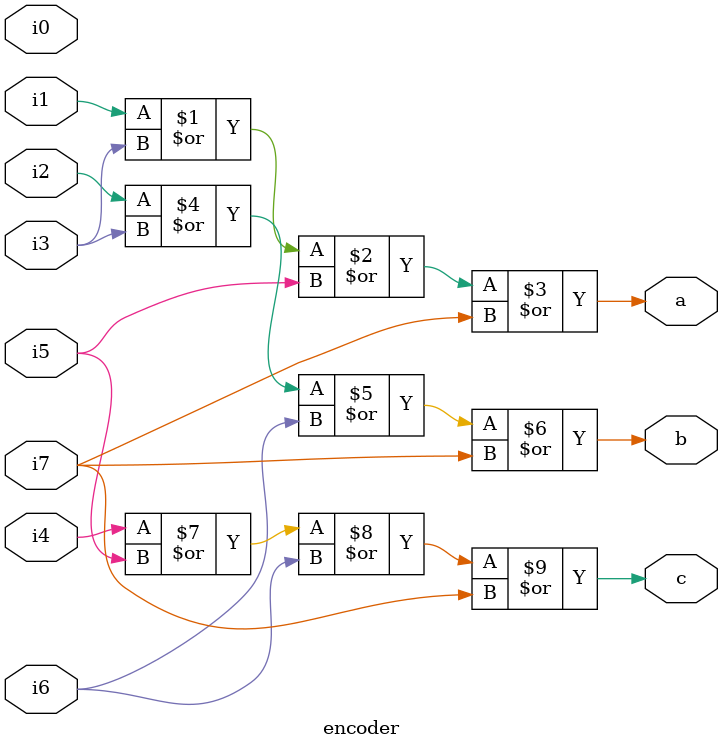
<source format=v>
module encoder (i0,i1,i2,i3,i4,i5,i6,i7,a,b,c);
	input i0,i1,i2,i3,i4,i5,i6,i7;
	output a,b,c;
	assign a = i1|i3|i5|i7;
	assign b = i2|i3|i6|i7;
	assign c = i4|i5|i6|i7;
endmodule
</source>
